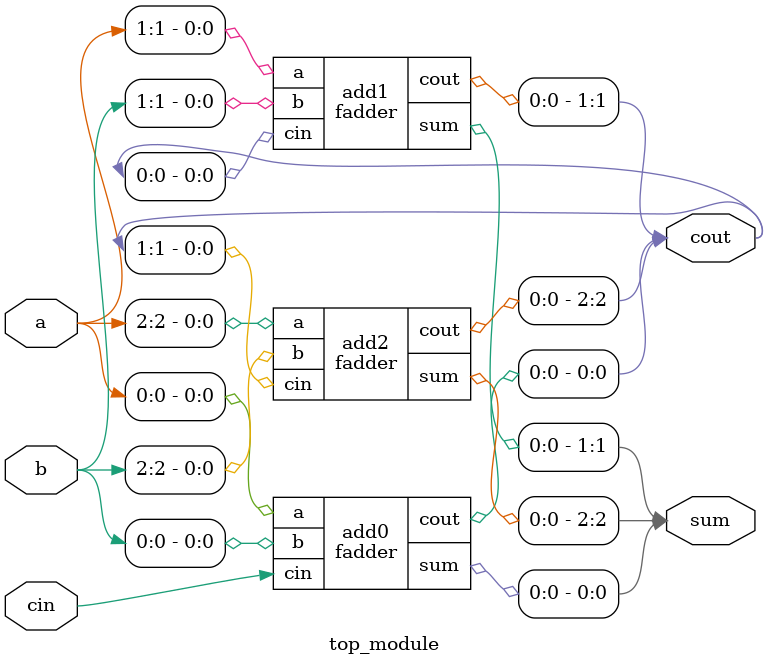
<source format=v>

module fadder (
    input a, b, cin,
    output cout, sum
);
    assign sum = a ^ b ^ cin; //simplification of k-map output: (!cin & (a ^ b)) + (cin & !(a ^ b))
    assign cout = (a & b) | (cin & (a ^ b));    //simplification of k-map output: (a & b) + (cin & b) + (cin & a)
endmodule

//3-bit binary ripple-carry adder
module top_module (
    input [2:0] a, b,
    input cin,
    output [2:0] cout, sum
);
    fadder add0 (
        .a(a[0]),
        .b(b[0]),
        .cin(cin),
        .cout(cout[0]),
        .sum(sum[0])
    );
    fadder add1 (
        .a(a[1]),
        .b(b[1]),
        .cin(cout[0]),
        .cout(cout[1]),
        .sum(sum[1])
    );
    fadder add2 (
        .a(a[2]),
        .b(b[2]),
        .cin(cout[1]),
        .cout(cout[2]),
        .sum(sum[2])
    );
endmodule
</source>
